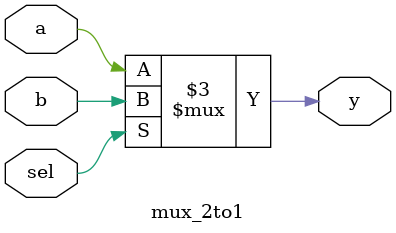
<source format=sv>
module mux_2to1 (
    input logic a,   // перший вхід
    input logic b,   // другий вхід
    input logic sel, // керуючий сигнал
    output logic y   // вихід
);
    always_comb  
    begin
        if (sel) 
            y = b;
        else 
            y = a;
    end
endmodule
</source>
